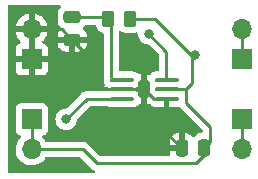
<source format=gbr>
%TF.GenerationSoftware,KiCad,Pcbnew,6.0.7-f9a2dced07~116~ubuntu20.04.1*%
%TF.CreationDate,2022-10-31T14:46:48+01:00*%
%TF.ProjectId,sgp41_board,73677034-315f-4626-9f61-72642e6b6963,rev?*%
%TF.SameCoordinates,Original*%
%TF.FileFunction,Copper,L1,Top*%
%TF.FilePolarity,Positive*%
%FSLAX46Y46*%
G04 Gerber Fmt 4.6, Leading zero omitted, Abs format (unit mm)*
G04 Created by KiCad (PCBNEW 6.0.7-f9a2dced07~116~ubuntu20.04.1) date 2022-10-31 14:46:48*
%MOMM*%
%LPD*%
G01*
G04 APERTURE LIST*
G04 Aperture macros list*
%AMRoundRect*
0 Rectangle with rounded corners*
0 $1 Rounding radius*
0 $2 $3 $4 $5 $6 $7 $8 $9 X,Y pos of 4 corners*
0 Add a 4 corners polygon primitive as box body*
4,1,4,$2,$3,$4,$5,$6,$7,$8,$9,$2,$3,0*
0 Add four circle primitives for the rounded corners*
1,1,$1+$1,$2,$3*
1,1,$1+$1,$4,$5*
1,1,$1+$1,$6,$7*
1,1,$1+$1,$8,$9*
0 Add four rect primitives between the rounded corners*
20,1,$1+$1,$2,$3,$4,$5,0*
20,1,$1+$1,$4,$5,$6,$7,0*
20,1,$1+$1,$6,$7,$8,$9,0*
20,1,$1+$1,$8,$9,$2,$3,0*%
G04 Aperture macros list end*
%TA.AperFunction,SMDPad,CuDef*%
%ADD10RoundRect,0.250000X0.250000X0.475000X-0.250000X0.475000X-0.250000X-0.475000X0.250000X-0.475000X0*%
%TD*%
%TA.AperFunction,SMDPad,CuDef*%
%ADD11RoundRect,0.250000X0.475000X-0.250000X0.475000X0.250000X-0.475000X0.250000X-0.475000X-0.250000X0*%
%TD*%
%TA.AperFunction,SMDPad,CuDef*%
%ADD12RoundRect,0.100000X-0.900000X-0.100000X0.900000X-0.100000X0.900000X0.100000X-0.900000X0.100000X0*%
%TD*%
%TA.AperFunction,SMDPad,CuDef*%
%ADD13RoundRect,0.262500X-0.262500X-0.487500X0.262500X-0.487500X0.262500X0.487500X-0.262500X0.487500X0*%
%TD*%
%TA.AperFunction,SMDPad,CuDef*%
%ADD14RoundRect,0.250000X-0.262500X-0.450000X0.262500X-0.450000X0.262500X0.450000X-0.262500X0.450000X0*%
%TD*%
%TA.AperFunction,ComponentPad*%
%ADD15R,1.700000X1.700000*%
%TD*%
%TA.AperFunction,ComponentPad*%
%ADD16O,1.700000X1.700000*%
%TD*%
%TA.AperFunction,ViaPad*%
%ADD17C,0.800000*%
%TD*%
%TA.AperFunction,Conductor*%
%ADD18C,0.250000*%
%TD*%
G04 APERTURE END LIST*
D10*
%TO.P,C2,1*%
%TO.N,Net-(C2-Pad1)*%
X116200000Y-43053000D03*
%TO.P,C2,2*%
%TO.N,GND*%
X114300000Y-43053000D03*
%TD*%
D11*
%TO.P,C1,1*%
%TO.N,GND*%
X105029000Y-33904000D03*
%TO.P,C1,2*%
%TO.N,Net-(C1-Pad2)*%
X105029000Y-32004000D03*
%TD*%
D12*
%TO.P,U1,1,VDD*%
%TO.N,Net-(C1-Pad2)*%
X109248000Y-37300000D03*
%TO.P,U1,2,VSS*%
%TO.N,GND*%
X109248000Y-38100000D03*
%TO.P,U1,3,SDA*%
%TO.N,Net-(R1-Pad2)*%
X109248000Y-38900000D03*
%TO.P,U1,4,n/a*%
%TO.N,GND*%
X113048000Y-38900000D03*
%TO.P,U1,5,VDDH*%
%TO.N,Net-(C2-Pad1)*%
X113048000Y-38100000D03*
%TO.P,U1,6,SCL*%
%TO.N,Net-(R3-Pad2)*%
X113048000Y-37300000D03*
D13*
%TO.P,U1,7,diepad*%
%TO.N,GND*%
X111098000Y-38100000D03*
%TD*%
D14*
%TO.P,R2,1*%
%TO.N,Net-(C1-Pad2)*%
X108077000Y-32131000D03*
%TO.P,R2,2*%
%TO.N,Net-(C2-Pad1)*%
X109902000Y-32131000D03*
%TD*%
D15*
%TO.P,J3,1,Pin_1*%
%TO.N,Net-(R3-Pad2)*%
X119380000Y-40640000D03*
D16*
%TO.P,J3,2,Pin_2*%
X119380000Y-43180000D03*
%TD*%
D15*
%TO.P,J4,1,Pin_1*%
%TO.N,Net-(R1-Pad2)*%
X119380000Y-35560000D03*
D16*
%TO.P,J4,2,Pin_2*%
X119380000Y-33020000D03*
%TD*%
D15*
%TO.P,J1,1,Pin_1*%
%TO.N,Net-(C2-Pad1)*%
X101600000Y-40640000D03*
D16*
%TO.P,J1,2,Pin_2*%
X101600000Y-43180000D03*
%TD*%
D15*
%TO.P,J2,1,Pin_1*%
%TO.N,GND*%
X101600000Y-35560000D03*
D16*
%TO.P,J2,2,Pin_2*%
X101600000Y-33020000D03*
%TD*%
D17*
%TO.N,Net-(C2-Pad1)*%
X115443000Y-35179000D03*
%TO.N,Net-(R3-Pad2)*%
X111506000Y-33401000D03*
%TO.N,Net-(R1-Pad2)*%
X104521000Y-40640000D03*
%TD*%
D18*
%TO.N,Net-(C1-Pad2)*%
X105029000Y-32004000D02*
X107950000Y-32004000D01*
X108331000Y-32385000D02*
X108331000Y-37084000D01*
X108077000Y-32131000D02*
X108331000Y-32385000D01*
X107950000Y-32004000D02*
X108077000Y-32131000D01*
%TO.N,Net-(C2-Pad1)*%
X114681000Y-38100000D02*
X113020000Y-38100000D01*
X115506500Y-44386500D02*
X107124500Y-44386500D01*
X114681000Y-39243000D02*
X116713000Y-41275000D01*
X105918000Y-43180000D02*
X107124500Y-44386500D01*
X101600000Y-40640000D02*
X101600000Y-43180000D01*
X116200000Y-43693000D02*
X115506500Y-44386500D01*
X114681000Y-38100000D02*
X114681000Y-39243000D01*
X115443000Y-35179000D02*
X115189000Y-35433000D01*
X115189000Y-37592000D02*
X114681000Y-38100000D01*
X116713000Y-42540000D02*
X116200000Y-43053000D01*
X116713000Y-41275000D02*
X116713000Y-42540000D01*
X116200000Y-43053000D02*
X116200000Y-43693000D01*
X115189000Y-35433000D02*
X115189000Y-35687000D01*
X112014000Y-32131000D02*
X115189000Y-35306000D01*
X115189000Y-35306000D02*
X115189000Y-35687000D01*
X115189000Y-35687000D02*
X115189000Y-37592000D01*
X101600000Y-43180000D02*
X105918000Y-43180000D01*
X109902000Y-32131000D02*
X112014000Y-32131000D01*
%TO.N,Net-(R3-Pad2)*%
X113020000Y-34915000D02*
X111506000Y-33401000D01*
X113020000Y-37300000D02*
X113020000Y-34915000D01*
X119380000Y-43180000D02*
X119380000Y-40640000D01*
%TO.N,Net-(R1-Pad2)*%
X106261000Y-38900000D02*
X104521000Y-40640000D01*
X109220000Y-38900000D02*
X106261000Y-38900000D01*
X119380000Y-33020000D02*
X119380000Y-35560000D01*
%TO.N,GND*%
X111125000Y-38100000D02*
X111925000Y-38900000D01*
X101600000Y-33020000D02*
X101600000Y-35560000D01*
X111070000Y-38100000D02*
X111125000Y-38100000D01*
X107442000Y-38100000D02*
X109220000Y-38100000D01*
X113020000Y-41773000D02*
X113020000Y-38900000D01*
X114300000Y-43053000D02*
X113020000Y-41773000D01*
X111925000Y-38900000D02*
X113020000Y-38900000D01*
X104145000Y-33020000D02*
X105029000Y-33904000D01*
X111070000Y-38100000D02*
X109220000Y-38100000D01*
X101600000Y-33020000D02*
X104145000Y-33020000D01*
X105029000Y-33904000D02*
X107315000Y-36190000D01*
X107315000Y-36190000D02*
X107315000Y-37973000D01*
X107315000Y-37973000D02*
X107442000Y-38100000D01*
%TD*%
%TA.AperFunction,Conductor*%
%TO.N,GND*%
G36*
X104010688Y-31008502D02*
G01*
X104057181Y-31062158D01*
X104067285Y-31132432D01*
X104037791Y-31197012D01*
X104031746Y-31203512D01*
X103954695Y-31280697D01*
X103950855Y-31286927D01*
X103950854Y-31286928D01*
X103907628Y-31357054D01*
X103861885Y-31431262D01*
X103859581Y-31438209D01*
X103813136Y-31578238D01*
X103806203Y-31599139D01*
X103795500Y-31703600D01*
X103795500Y-32304400D01*
X103795837Y-32307646D01*
X103795837Y-32307650D01*
X103803429Y-32380814D01*
X103806474Y-32410166D01*
X103862450Y-32577946D01*
X103955522Y-32728348D01*
X103960704Y-32733521D01*
X103987364Y-32760135D01*
X104080697Y-32853305D01*
X104085235Y-32856102D01*
X104125824Y-32913353D01*
X104129054Y-32984276D01*
X104093428Y-33045687D01*
X104084932Y-33053062D01*
X104074793Y-33061098D01*
X103960261Y-33175829D01*
X103951249Y-33187240D01*
X103866184Y-33325243D01*
X103860037Y-33338424D01*
X103808862Y-33492710D01*
X103805995Y-33506086D01*
X103796328Y-33600438D01*
X103796000Y-33606855D01*
X103796000Y-33631885D01*
X103800475Y-33647124D01*
X103801865Y-33648329D01*
X103809548Y-33650000D01*
X106243884Y-33650000D01*
X106259123Y-33645525D01*
X106260328Y-33644135D01*
X106261999Y-33636452D01*
X106261999Y-33606905D01*
X106261662Y-33600386D01*
X106251743Y-33504794D01*
X106248851Y-33491400D01*
X106197412Y-33337216D01*
X106191239Y-33324038D01*
X106105937Y-33186193D01*
X106096901Y-33174792D01*
X105982172Y-33060262D01*
X105973238Y-33053206D01*
X105932177Y-32995288D01*
X105928947Y-32924365D01*
X105964574Y-32862954D01*
X105972407Y-32856154D01*
X105978348Y-32852478D01*
X106103305Y-32727303D01*
X106121749Y-32697382D01*
X106174522Y-32649890D01*
X106229008Y-32637500D01*
X106944526Y-32637500D01*
X107012647Y-32657502D01*
X107059140Y-32711158D01*
X107066610Y-32733661D01*
X107066974Y-32737166D01*
X107069156Y-32743705D01*
X107069156Y-32743707D01*
X107103716Y-32847296D01*
X107122950Y-32904946D01*
X107216022Y-33055348D01*
X107221204Y-33060521D01*
X107250642Y-33089908D01*
X107341197Y-33180305D01*
X107347427Y-33184145D01*
X107347428Y-33184146D01*
X107388909Y-33209715D01*
X107491762Y-33273115D01*
X107549046Y-33292115D01*
X107611167Y-33312720D01*
X107669527Y-33353151D01*
X107696764Y-33418715D01*
X107697500Y-33432313D01*
X107697500Y-37123856D01*
X107712526Y-37242797D01*
X107715443Y-37250163D01*
X107715443Y-37250165D01*
X107730653Y-37288580D01*
X107739501Y-37334964D01*
X107739501Y-37439884D01*
X107755162Y-37558850D01*
X107793927Y-37652438D01*
X107801516Y-37723025D01*
X107793927Y-37748872D01*
X107758811Y-37833649D01*
X107754572Y-37849469D01*
X107750284Y-37882040D01*
X107752495Y-37896222D01*
X107765652Y-37900000D01*
X107957270Y-37900000D01*
X108025391Y-37920002D01*
X108033972Y-37926035D01*
X108041125Y-37931524D01*
X108127547Y-37967321D01*
X108166826Y-37983591D01*
X108222107Y-38028139D01*
X108244528Y-38095503D01*
X108226970Y-38164294D01*
X108175008Y-38212672D01*
X108166826Y-38216409D01*
X108069050Y-38256909D01*
X108020832Y-38266500D01*
X106339768Y-38266500D01*
X106328585Y-38265973D01*
X106321092Y-38264298D01*
X106313166Y-38264547D01*
X106313165Y-38264547D01*
X106253002Y-38266438D01*
X106249044Y-38266500D01*
X106221144Y-38266500D01*
X106217154Y-38267004D01*
X106205320Y-38267936D01*
X106161111Y-38269326D01*
X106153495Y-38271539D01*
X106153493Y-38271539D01*
X106141652Y-38274979D01*
X106122293Y-38278988D01*
X106120983Y-38279154D01*
X106102203Y-38281526D01*
X106094837Y-38284442D01*
X106094831Y-38284444D01*
X106061098Y-38297800D01*
X106049868Y-38301645D01*
X106015017Y-38311770D01*
X106007407Y-38313981D01*
X106000584Y-38318016D01*
X105989966Y-38324295D01*
X105972213Y-38332992D01*
X105964568Y-38336019D01*
X105953383Y-38340448D01*
X105934730Y-38354000D01*
X105917612Y-38366437D01*
X105907695Y-38372951D01*
X105869638Y-38395458D01*
X105855317Y-38409779D01*
X105840284Y-38422619D01*
X105823893Y-38434528D01*
X105818842Y-38440634D01*
X105795702Y-38468605D01*
X105787712Y-38477384D01*
X104570500Y-39694595D01*
X104508188Y-39728621D01*
X104481405Y-39731500D01*
X104425513Y-39731500D01*
X104419061Y-39732872D01*
X104419056Y-39732872D01*
X104360669Y-39745283D01*
X104238712Y-39771206D01*
X104232682Y-39773891D01*
X104232681Y-39773891D01*
X104070278Y-39846197D01*
X104070276Y-39846198D01*
X104064248Y-39848882D01*
X103909747Y-39961134D01*
X103781960Y-40103056D01*
X103686473Y-40268444D01*
X103627458Y-40450072D01*
X103607496Y-40640000D01*
X103627458Y-40829928D01*
X103686473Y-41011556D01*
X103781960Y-41176944D01*
X103786378Y-41181851D01*
X103786379Y-41181852D01*
X103905325Y-41313955D01*
X103909747Y-41318866D01*
X104064248Y-41431118D01*
X104070276Y-41433802D01*
X104070278Y-41433803D01*
X104220083Y-41500500D01*
X104238712Y-41508794D01*
X104332113Y-41528647D01*
X104419056Y-41547128D01*
X104419061Y-41547128D01*
X104425513Y-41548500D01*
X104616487Y-41548500D01*
X104622939Y-41547128D01*
X104622944Y-41547128D01*
X104709888Y-41528647D01*
X104803288Y-41508794D01*
X104821917Y-41500500D01*
X104971722Y-41433803D01*
X104971724Y-41433802D01*
X104977752Y-41431118D01*
X105132253Y-41318866D01*
X105136675Y-41313955D01*
X105255621Y-41181852D01*
X105255622Y-41181851D01*
X105260040Y-41176944D01*
X105355527Y-41011556D01*
X105414542Y-40829928D01*
X105431907Y-40664706D01*
X105458920Y-40599050D01*
X105468122Y-40588782D01*
X106486499Y-39570405D01*
X106548811Y-39536379D01*
X106575594Y-39533500D01*
X108020832Y-39533500D01*
X108069050Y-39543091D01*
X108189150Y-39592838D01*
X108197338Y-39593916D01*
X108304021Y-39607961D01*
X108308115Y-39608500D01*
X109247886Y-39608500D01*
X110187884Y-39608499D01*
X110191969Y-39607961D01*
X110191973Y-39607961D01*
X110298663Y-39593916D01*
X110298665Y-39593916D01*
X110306850Y-39592838D01*
X110380863Y-39562181D01*
X110447248Y-39534684D01*
X110447250Y-39534683D01*
X110454876Y-39531524D01*
X110500398Y-39496593D01*
X110575436Y-39439014D01*
X110575437Y-39439013D01*
X110581987Y-39433987D01*
X110602666Y-39407037D01*
X110607095Y-39401266D01*
X110664433Y-39359400D01*
X110735396Y-39355200D01*
X110741181Y-39356535D01*
X110751062Y-39357950D01*
X110752783Y-39358000D01*
X110825885Y-39358000D01*
X110841124Y-39353525D01*
X110842329Y-39352135D01*
X110844000Y-39344452D01*
X110844000Y-38372115D01*
X110839525Y-38356876D01*
X110838135Y-38355671D01*
X110830452Y-38354000D01*
X110609102Y-38354000D01*
X110540981Y-38333998D01*
X110532398Y-38327962D01*
X110511297Y-38311770D01*
X110506414Y-38308023D01*
X110461428Y-38273504D01*
X110461426Y-38273503D01*
X110454875Y-38268476D01*
X110329174Y-38216409D01*
X110273893Y-38171861D01*
X110251472Y-38104497D01*
X110269030Y-38035706D01*
X110320992Y-37987328D01*
X110329174Y-37983591D01*
X110454876Y-37931524D01*
X110473751Y-37917041D01*
X110532399Y-37872038D01*
X110598619Y-37846437D01*
X110609103Y-37846000D01*
X110825885Y-37846000D01*
X110841124Y-37841525D01*
X110842329Y-37840135D01*
X110844000Y-37832452D01*
X110844000Y-36860116D01*
X110839525Y-36844877D01*
X110838135Y-36843672D01*
X110830452Y-36842001D01*
X110752753Y-36842001D01*
X110751071Y-36842049D01*
X110741179Y-36843465D01*
X110735399Y-36844799D01*
X110664525Y-36840632D01*
X110607096Y-36798734D01*
X110587016Y-36772566D01*
X110587013Y-36772563D01*
X110581987Y-36766013D01*
X110575437Y-36760987D01*
X110575434Y-36760984D01*
X110511300Y-36711773D01*
X110454875Y-36668476D01*
X110306850Y-36607162D01*
X110298662Y-36606084D01*
X110191972Y-36592038D01*
X110191971Y-36592038D01*
X110187885Y-36591500D01*
X110149131Y-36591500D01*
X109090500Y-36591501D01*
X109022379Y-36571499D01*
X108975886Y-36517843D01*
X108964500Y-36465501D01*
X108964500Y-33279998D01*
X108984502Y-33211877D01*
X109038158Y-33165384D01*
X109108432Y-33155280D01*
X109165816Y-33179924D01*
X109166197Y-33180305D01*
X109172428Y-33184146D01*
X109172431Y-33184148D01*
X109216110Y-33211072D01*
X109316762Y-33273115D01*
X109373584Y-33291962D01*
X109478111Y-33326632D01*
X109478113Y-33326632D01*
X109484639Y-33328797D01*
X109491475Y-33329497D01*
X109491478Y-33329498D01*
X109534531Y-33333909D01*
X109589100Y-33339500D01*
X110214900Y-33339500D01*
X110218146Y-33339163D01*
X110218150Y-33339163D01*
X110313808Y-33329238D01*
X110313812Y-33329237D01*
X110320666Y-33328526D01*
X110327202Y-33326345D01*
X110327204Y-33326345D01*
X110427310Y-33292947D01*
X110498260Y-33290363D01*
X110559343Y-33326547D01*
X110591168Y-33390011D01*
X110592159Y-33401035D01*
X110592496Y-33401000D01*
X110605194Y-33521811D01*
X110612458Y-33590928D01*
X110671473Y-33772556D01*
X110766960Y-33937944D01*
X110771378Y-33942851D01*
X110771379Y-33942852D01*
X110829793Y-34007727D01*
X110894747Y-34079866D01*
X111049248Y-34192118D01*
X111055276Y-34194802D01*
X111055278Y-34194803D01*
X111212430Y-34264771D01*
X111223712Y-34269794D01*
X111317113Y-34289647D01*
X111404056Y-34308128D01*
X111404061Y-34308128D01*
X111410513Y-34309500D01*
X111466406Y-34309500D01*
X111534527Y-34329502D01*
X111555501Y-34346405D01*
X112349595Y-35140499D01*
X112383621Y-35202811D01*
X112386500Y-35229594D01*
X112386500Y-36465501D01*
X112366498Y-36533622D01*
X112312842Y-36580115D01*
X112260500Y-36591501D01*
X112108116Y-36591501D01*
X112104031Y-36592039D01*
X112104027Y-36592039D01*
X111997337Y-36606084D01*
X111997335Y-36606084D01*
X111989150Y-36607162D01*
X111915137Y-36637819D01*
X111848752Y-36665316D01*
X111848750Y-36665317D01*
X111841124Y-36668476D01*
X111714013Y-36766013D01*
X111708990Y-36772559D01*
X111673858Y-36818344D01*
X111616520Y-36860211D01*
X111545552Y-36864411D01*
X111454820Y-36843465D01*
X111444939Y-36842050D01*
X111443217Y-36842000D01*
X111370115Y-36842000D01*
X111354876Y-36846475D01*
X111353671Y-36847865D01*
X111352000Y-36855548D01*
X111352000Y-39339884D01*
X111356475Y-39355123D01*
X111357865Y-39356328D01*
X111365548Y-39357999D01*
X111443247Y-39357999D01*
X111444931Y-39357951D01*
X111454818Y-39356536D01*
X111546088Y-39335465D01*
X111616962Y-39339631D01*
X111674393Y-39381531D01*
X111709347Y-39427083D01*
X111720920Y-39438656D01*
X111834824Y-39526059D01*
X111849007Y-39534247D01*
X111981650Y-39589190D01*
X111997468Y-39593428D01*
X112104066Y-39607462D01*
X112112275Y-39608000D01*
X112829885Y-39608000D01*
X112845124Y-39603525D01*
X112846329Y-39602135D01*
X112848000Y-39594452D01*
X112848000Y-38934500D01*
X112868002Y-38866379D01*
X112921658Y-38819886D01*
X112973999Y-38808500D01*
X113047999Y-38808500D01*
X113122001Y-38808499D01*
X113190120Y-38828501D01*
X113236613Y-38882156D01*
X113248000Y-38934499D01*
X113248000Y-39589884D01*
X113252475Y-39605123D01*
X113253865Y-39606328D01*
X113261548Y-39607999D01*
X113983723Y-39607999D01*
X113991933Y-39607461D01*
X114069881Y-39597199D01*
X114140030Y-39608138D01*
X114174804Y-39636016D01*
X114176458Y-39634362D01*
X114190779Y-39648683D01*
X114203619Y-39663716D01*
X114215528Y-39680107D01*
X114221634Y-39685158D01*
X114249605Y-39708298D01*
X114258384Y-39716288D01*
X116042595Y-41500500D01*
X116076621Y-41562812D01*
X116079500Y-41589595D01*
X116079500Y-41693500D01*
X116059498Y-41761621D01*
X116005842Y-41808114D01*
X115953500Y-41819500D01*
X115899600Y-41819500D01*
X115896354Y-41819837D01*
X115896350Y-41819837D01*
X115800692Y-41829762D01*
X115800688Y-41829763D01*
X115793834Y-41830474D01*
X115787298Y-41832655D01*
X115787296Y-41832655D01*
X115770928Y-41838116D01*
X115626054Y-41886450D01*
X115475652Y-41979522D01*
X115350695Y-42104697D01*
X115347898Y-42109235D01*
X115290647Y-42149824D01*
X115219724Y-42153054D01*
X115158313Y-42117428D01*
X115150938Y-42108932D01*
X115142902Y-42098793D01*
X115028171Y-41984261D01*
X115016760Y-41975249D01*
X114878757Y-41890184D01*
X114865576Y-41884037D01*
X114711290Y-41832862D01*
X114697914Y-41829995D01*
X114603562Y-41820328D01*
X114597145Y-41820000D01*
X114572115Y-41820000D01*
X114556876Y-41824475D01*
X114555671Y-41825865D01*
X114554000Y-41833548D01*
X114554000Y-43181000D01*
X114533998Y-43249121D01*
X114480342Y-43295614D01*
X114428000Y-43307000D01*
X113310116Y-43307000D01*
X113294877Y-43311475D01*
X113293672Y-43312865D01*
X113292001Y-43320548D01*
X113292001Y-43575095D01*
X113292339Y-43581617D01*
X113295698Y-43613998D01*
X113282833Y-43683819D01*
X113234261Y-43735600D01*
X113170371Y-43753000D01*
X107439095Y-43753000D01*
X107370974Y-43732998D01*
X107349999Y-43716095D01*
X106421647Y-42787742D01*
X106415407Y-42780885D01*
X113292000Y-42780885D01*
X113296475Y-42796124D01*
X113297865Y-42797329D01*
X113305548Y-42799000D01*
X114027885Y-42799000D01*
X114043124Y-42794525D01*
X114044329Y-42793135D01*
X114046000Y-42785452D01*
X114046000Y-41838116D01*
X114041525Y-41822877D01*
X114040135Y-41821672D01*
X114032452Y-41820001D01*
X114002905Y-41820001D01*
X113996386Y-41820338D01*
X113900794Y-41830257D01*
X113887400Y-41833149D01*
X113733216Y-41884588D01*
X113720038Y-41890761D01*
X113582193Y-41976063D01*
X113570792Y-41985099D01*
X113456261Y-42099829D01*
X113447249Y-42111240D01*
X113362184Y-42249243D01*
X113356037Y-42262424D01*
X113304862Y-42416710D01*
X113301995Y-42430086D01*
X113292328Y-42524438D01*
X113292000Y-42530855D01*
X113292000Y-42780885D01*
X106415407Y-42780885D01*
X106414113Y-42779463D01*
X106410000Y-42772982D01*
X106360348Y-42726356D01*
X106357507Y-42723602D01*
X106337770Y-42703865D01*
X106334573Y-42701385D01*
X106325551Y-42693680D01*
X106299100Y-42668841D01*
X106293321Y-42663414D01*
X106286375Y-42659595D01*
X106286372Y-42659593D01*
X106275566Y-42653652D01*
X106259047Y-42642801D01*
X106258583Y-42642441D01*
X106243041Y-42630386D01*
X106235772Y-42627241D01*
X106235768Y-42627238D01*
X106202463Y-42612826D01*
X106191813Y-42607609D01*
X106153060Y-42586305D01*
X106133437Y-42581267D01*
X106114734Y-42574863D01*
X106103420Y-42569967D01*
X106103419Y-42569967D01*
X106096145Y-42566819D01*
X106088322Y-42565580D01*
X106088312Y-42565577D01*
X106052476Y-42559901D01*
X106040856Y-42557495D01*
X106005711Y-42548472D01*
X106005710Y-42548472D01*
X105998030Y-42546500D01*
X105977776Y-42546500D01*
X105958065Y-42544949D01*
X105945886Y-42543020D01*
X105938057Y-42541780D01*
X105930165Y-42542526D01*
X105894039Y-42545941D01*
X105882181Y-42546500D01*
X102876805Y-42546500D01*
X102808684Y-42526498D01*
X102771013Y-42488940D01*
X102682822Y-42352617D01*
X102682820Y-42352614D01*
X102680014Y-42348277D01*
X102676532Y-42344450D01*
X102532798Y-42186488D01*
X102501746Y-42122642D01*
X102510141Y-42052143D01*
X102555317Y-41997375D01*
X102581761Y-41983706D01*
X102688297Y-41943767D01*
X102696705Y-41940615D01*
X102813261Y-41853261D01*
X102900615Y-41736705D01*
X102951745Y-41600316D01*
X102958500Y-41538134D01*
X102958500Y-39741866D01*
X102951745Y-39679684D01*
X102900615Y-39543295D01*
X102813261Y-39426739D01*
X102696705Y-39339385D01*
X102560316Y-39288255D01*
X102498134Y-39281500D01*
X100701866Y-39281500D01*
X100639684Y-39288255D01*
X100503295Y-39339385D01*
X100386739Y-39426739D01*
X100299385Y-39543295D01*
X100248255Y-39679684D01*
X100241500Y-39741866D01*
X100241500Y-41538134D01*
X100248255Y-41600316D01*
X100299385Y-41736705D01*
X100386739Y-41853261D01*
X100503295Y-41940615D01*
X100511704Y-41943767D01*
X100511705Y-41943768D01*
X100620451Y-41984535D01*
X100677216Y-42027176D01*
X100701916Y-42093738D01*
X100686709Y-42163087D01*
X100667316Y-42189568D01*
X100540629Y-42322138D01*
X100414743Y-42506680D01*
X100376133Y-42589858D01*
X100339471Y-42668841D01*
X100320688Y-42709305D01*
X100260989Y-42924570D01*
X100237251Y-43146695D01*
X100237548Y-43151848D01*
X100237548Y-43151851D01*
X100243011Y-43246590D01*
X100250110Y-43369715D01*
X100251247Y-43374761D01*
X100251248Y-43374767D01*
X100271119Y-43462939D01*
X100299222Y-43587639D01*
X100383266Y-43794616D01*
X100499987Y-43985088D01*
X100646250Y-44153938D01*
X100818126Y-44296632D01*
X101011000Y-44409338D01*
X101219692Y-44489030D01*
X101224760Y-44490061D01*
X101224763Y-44490062D01*
X101332017Y-44511883D01*
X101438597Y-44533567D01*
X101443772Y-44533757D01*
X101443774Y-44533757D01*
X101656673Y-44541564D01*
X101656677Y-44541564D01*
X101661837Y-44541753D01*
X101666957Y-44541097D01*
X101666959Y-44541097D01*
X101878288Y-44514025D01*
X101878289Y-44514025D01*
X101883416Y-44513368D01*
X101888366Y-44511883D01*
X102092429Y-44450661D01*
X102092434Y-44450659D01*
X102097384Y-44449174D01*
X102297994Y-44350896D01*
X102479860Y-44221173D01*
X102638096Y-44063489D01*
X102697594Y-43980689D01*
X102765435Y-43886277D01*
X102768453Y-43882077D01*
X102770746Y-43877437D01*
X102772446Y-43874608D01*
X102824674Y-43826518D01*
X102880451Y-43813500D01*
X105603406Y-43813500D01*
X105671527Y-43833502D01*
X105692501Y-43850405D01*
X106620843Y-44778747D01*
X106628387Y-44787037D01*
X106632500Y-44793518D01*
X106638277Y-44798943D01*
X106682167Y-44840158D01*
X106685009Y-44842913D01*
X106704731Y-44862635D01*
X106707855Y-44865058D01*
X106707859Y-44865062D01*
X106707924Y-44865112D01*
X106716945Y-44872817D01*
X106749179Y-44903086D01*
X106756127Y-44906905D01*
X106756129Y-44906907D01*
X106766932Y-44912846D01*
X106783459Y-44923702D01*
X106793198Y-44931257D01*
X106793200Y-44931258D01*
X106799460Y-44936114D01*
X106840040Y-44953674D01*
X106850688Y-44958891D01*
X106880146Y-44975086D01*
X106930204Y-45025432D01*
X106945097Y-45094849D01*
X106920095Y-45161298D01*
X106863138Y-45203681D01*
X106819444Y-45211500D01*
X99694500Y-45211500D01*
X99626379Y-45191498D01*
X99579886Y-45137842D01*
X99568500Y-45085500D01*
X99568500Y-36454669D01*
X100242001Y-36454669D01*
X100242371Y-36461490D01*
X100247895Y-36512352D01*
X100251521Y-36527604D01*
X100296676Y-36648054D01*
X100305214Y-36663649D01*
X100381715Y-36765724D01*
X100394276Y-36778285D01*
X100496351Y-36854786D01*
X100511946Y-36863324D01*
X100632394Y-36908478D01*
X100647649Y-36912105D01*
X100698514Y-36917631D01*
X100705328Y-36918000D01*
X101327885Y-36918000D01*
X101343124Y-36913525D01*
X101344329Y-36912135D01*
X101346000Y-36904452D01*
X101346000Y-36899884D01*
X101854000Y-36899884D01*
X101858475Y-36915123D01*
X101859865Y-36916328D01*
X101867548Y-36917999D01*
X102494669Y-36917999D01*
X102501490Y-36917629D01*
X102552352Y-36912105D01*
X102567604Y-36908479D01*
X102688054Y-36863324D01*
X102703649Y-36854786D01*
X102805724Y-36778285D01*
X102818285Y-36765724D01*
X102894786Y-36663649D01*
X102903324Y-36648054D01*
X102948478Y-36527606D01*
X102952105Y-36512351D01*
X102957631Y-36461486D01*
X102958000Y-36454672D01*
X102958000Y-35832115D01*
X102953525Y-35816876D01*
X102952135Y-35815671D01*
X102944452Y-35814000D01*
X101872115Y-35814000D01*
X101856876Y-35818475D01*
X101855671Y-35819865D01*
X101854000Y-35827548D01*
X101854000Y-36899884D01*
X101346000Y-36899884D01*
X101346000Y-35832115D01*
X101341525Y-35816876D01*
X101340135Y-35815671D01*
X101332452Y-35814000D01*
X100260116Y-35814000D01*
X100244877Y-35818475D01*
X100243672Y-35819865D01*
X100242001Y-35827548D01*
X100242001Y-36454669D01*
X99568500Y-36454669D01*
X99568500Y-35287885D01*
X100242000Y-35287885D01*
X100246475Y-35303124D01*
X100247865Y-35304329D01*
X100255548Y-35306000D01*
X101327885Y-35306000D01*
X101343124Y-35301525D01*
X101344329Y-35300135D01*
X101346000Y-35292452D01*
X101346000Y-35287885D01*
X101854000Y-35287885D01*
X101858475Y-35303124D01*
X101859865Y-35304329D01*
X101867548Y-35306000D01*
X102939884Y-35306000D01*
X102955123Y-35301525D01*
X102956328Y-35300135D01*
X102957999Y-35292452D01*
X102957999Y-34665331D01*
X102957629Y-34658510D01*
X102952105Y-34607648D01*
X102948479Y-34592396D01*
X102903324Y-34471946D01*
X102894786Y-34456351D01*
X102818285Y-34354276D01*
X102805724Y-34341715D01*
X102703649Y-34265214D01*
X102688054Y-34256676D01*
X102577297Y-34215155D01*
X102558581Y-34201095D01*
X103796001Y-34201095D01*
X103796338Y-34207614D01*
X103806257Y-34303206D01*
X103809149Y-34316600D01*
X103860588Y-34470784D01*
X103866761Y-34483962D01*
X103952063Y-34621807D01*
X103961099Y-34633208D01*
X104075829Y-34747739D01*
X104087240Y-34756751D01*
X104225243Y-34841816D01*
X104238424Y-34847963D01*
X104392710Y-34899138D01*
X104406086Y-34902005D01*
X104500438Y-34911672D01*
X104506854Y-34912000D01*
X104756885Y-34912000D01*
X104772124Y-34907525D01*
X104773329Y-34906135D01*
X104775000Y-34898452D01*
X104775000Y-34893884D01*
X105283000Y-34893884D01*
X105287475Y-34909123D01*
X105288865Y-34910328D01*
X105296548Y-34911999D01*
X105551095Y-34911999D01*
X105557614Y-34911662D01*
X105653206Y-34901743D01*
X105666600Y-34898851D01*
X105820784Y-34847412D01*
X105833962Y-34841239D01*
X105971807Y-34755937D01*
X105983208Y-34746901D01*
X106097739Y-34632171D01*
X106106751Y-34620760D01*
X106191816Y-34482757D01*
X106197963Y-34469576D01*
X106249138Y-34315290D01*
X106252005Y-34301914D01*
X106261672Y-34207562D01*
X106262000Y-34201146D01*
X106262000Y-34176115D01*
X106257525Y-34160876D01*
X106256135Y-34159671D01*
X106248452Y-34158000D01*
X105301115Y-34158000D01*
X105285876Y-34162475D01*
X105284671Y-34163865D01*
X105283000Y-34171548D01*
X105283000Y-34893884D01*
X104775000Y-34893884D01*
X104775000Y-34176115D01*
X104770525Y-34160876D01*
X104769135Y-34159671D01*
X104761452Y-34158000D01*
X103814116Y-34158000D01*
X103798877Y-34162475D01*
X103797672Y-34163865D01*
X103796001Y-34171548D01*
X103796001Y-34201095D01*
X102558581Y-34201095D01*
X102520533Y-34172513D01*
X102495833Y-34105952D01*
X102511040Y-34036603D01*
X102532587Y-34007922D01*
X102634057Y-33906805D01*
X102640730Y-33898965D01*
X102765003Y-33726020D01*
X102770313Y-33717183D01*
X102864670Y-33526267D01*
X102868469Y-33516672D01*
X102930377Y-33312910D01*
X102932555Y-33302837D01*
X102933986Y-33291962D01*
X102931775Y-33277778D01*
X102918617Y-33274000D01*
X101872115Y-33274000D01*
X101856876Y-33278475D01*
X101855671Y-33279865D01*
X101854000Y-33287548D01*
X101854000Y-35287885D01*
X101346000Y-35287885D01*
X101346000Y-33292115D01*
X101341525Y-33276876D01*
X101340135Y-33275671D01*
X101332452Y-33274000D01*
X100283225Y-33274000D01*
X100269694Y-33277973D01*
X100268257Y-33287966D01*
X100298565Y-33422446D01*
X100301645Y-33432275D01*
X100381770Y-33629603D01*
X100386413Y-33638794D01*
X100497694Y-33820388D01*
X100503777Y-33828699D01*
X100643213Y-33989667D01*
X100650578Y-33996881D01*
X100655966Y-34001354D01*
X100695599Y-34060258D01*
X100697095Y-34131239D01*
X100659978Y-34191761D01*
X100619707Y-34216278D01*
X100511948Y-34256675D01*
X100496351Y-34265214D01*
X100394276Y-34341715D01*
X100381715Y-34354276D01*
X100305214Y-34456351D01*
X100296676Y-34471946D01*
X100251522Y-34592394D01*
X100247895Y-34607649D01*
X100242369Y-34658514D01*
X100242000Y-34665328D01*
X100242000Y-35287885D01*
X99568500Y-35287885D01*
X99568500Y-32754183D01*
X100264389Y-32754183D01*
X100265912Y-32762607D01*
X100278292Y-32766000D01*
X101327885Y-32766000D01*
X101343124Y-32761525D01*
X101344329Y-32760135D01*
X101346000Y-32752452D01*
X101346000Y-32747885D01*
X101854000Y-32747885D01*
X101858475Y-32763124D01*
X101859865Y-32764329D01*
X101867548Y-32766000D01*
X102918344Y-32766000D01*
X102931875Y-32762027D01*
X102933180Y-32752947D01*
X102891214Y-32585875D01*
X102887894Y-32576124D01*
X102802972Y-32380814D01*
X102798105Y-32371739D01*
X102682426Y-32192926D01*
X102676136Y-32184757D01*
X102532806Y-32027240D01*
X102525273Y-32020215D01*
X102358139Y-31888222D01*
X102349552Y-31882517D01*
X102163117Y-31779599D01*
X102153705Y-31775369D01*
X101952959Y-31704280D01*
X101942988Y-31701646D01*
X101871837Y-31688972D01*
X101858540Y-31690432D01*
X101854000Y-31704989D01*
X101854000Y-32747885D01*
X101346000Y-32747885D01*
X101346000Y-31703102D01*
X101342082Y-31689758D01*
X101327806Y-31687771D01*
X101289324Y-31693660D01*
X101279288Y-31696051D01*
X101076868Y-31762212D01*
X101067359Y-31766209D01*
X100878463Y-31864542D01*
X100869738Y-31870036D01*
X100699433Y-31997905D01*
X100691726Y-32004748D01*
X100544590Y-32158717D01*
X100538104Y-32166727D01*
X100418098Y-32342649D01*
X100413000Y-32351623D01*
X100323338Y-32544783D01*
X100319775Y-32554470D01*
X100264389Y-32754183D01*
X99568500Y-32754183D01*
X99568500Y-31114500D01*
X99588502Y-31046379D01*
X99642158Y-30999886D01*
X99694500Y-30988500D01*
X103942567Y-30988500D01*
X104010688Y-31008502D01*
G37*
%TD.AperFunction*%
%TD*%
M02*

</source>
